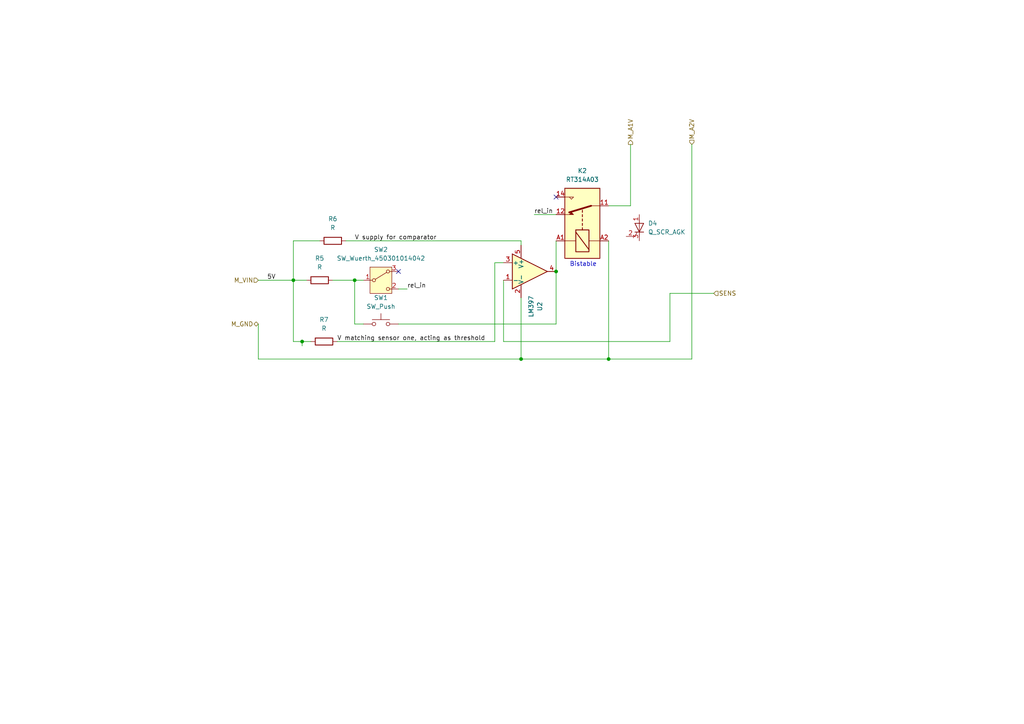
<source format=kicad_sch>
(kicad_sch (version 20250114) (generator "eeschema") (generator_version "9.0")
  (paper "A4")
  (lib_symbols
    (symbol "Comparator:LM397" (pin_names (offset 0.127))
      (property "Reference" "U" (at 1.27 5.08 0))
      (property "Value" "LM397" (at 3.81 -5.08 0))
      (symbol "LM397_0_1"
        (polyline (pts (xy -5.08 5.08) (xy 5.08 0) (xy -5.08 -5.08) (xy -5.08 5.08)) (stroke (width 0.254)) (fill (type background)))
      )
      (symbol "LM397_1_1"
        (pin input line (at -7.62 2.54 0) (length 2.54) (name "+") (number "3"))
        (pin input line (at -7.62 -2.54 0) (length 2.54) (name "-") (number "1"))
        (pin power_in line (at -2.54 7.62 270) (length 3.81) (name "V+") (number "5"))
        (pin power_in line (at -2.54 -7.62 90) (length 3.81) (name "V-") (number "2"))
        (pin open_collector line (at 7.62 0 180) (length 2.54) (name "~") (number "4"))
      )
    )
    (symbol "Device:Q_SCR_AGK" (pin_names (offset 0) (hide yes))
      (property "Reference" "D" (at 1.905 0.635 0))
      (property "Value" "Q_SCR_AGK" (at 1.905 -1.27 0))
      (symbol "Q_SCR_AGK_0_1"
        (polyline (pts (xy -1.27 1.27) (xy 1.27 1.27) (xy 0 -1.27) (xy -1.27 1.27)) (stroke (width 0.2032)))
        (polyline (pts (xy -1.27 -1.27) (xy 1.27 -1.27)) (stroke (width 0.2032)))
        (polyline (pts (xy -1.27 -2.54) (xy -0.635 -1.27)))
        (polyline (pts (xy 0 -2.54) (xy 0 2.54)))
      )
      (symbol "Q_SCR_AGK_1_1"
        (pin input line (at -3.81 -2.54 0) (length 2.54) (name "G") (number "2"))
        (pin passive line (at 0 3.81 270) (length 2.54) (name "A") (number "1"))
        (pin passive line (at 0 -3.81 90) (length 2.54) (name "K") (number "3"))
      )
    )
    (symbol "Device:R" (pin_numbers (hide yes)) (pin_names (offset 0))
      (property "Reference" "R" (at 2.032 0 90))
      (property "Value" "R" (at 0 0 90))
      (symbol "R_0_1"
        (rectangle (start -1.016 -2.54) (end 1.016 2.54) (stroke (width 0.254)))
      )
      (symbol "R_1_1"
        (pin passive line (at 0 3.81 270) (length 1.27) (name "~") (number "1"))
        (pin passive line (at 0 -3.81 90) (length 1.27) (name "~") (number "2"))
      )
    )
    (symbol "Relay:RT314A05"
      (property "Reference" "K" (at 11.43 3.81 0))
      (property "Value" "RT314A05" (at 11.43 1.27 0))
      (symbol "RT314A05_0_0"
        (polyline (pts (xy -2.54 1.905) (xy -7.62 -1.905)) (stroke (width 0.254)))
      )
      (symbol "RT314A05_0_1"
        (rectangle (start -10.16 5.08) (end 10.16 -5.08) (stroke (width 0.254)) (fill (type background)))
        (rectangle (start -8.255 1.905) (end -1.905 -1.905) (stroke (width 0.254)))
        (polyline (pts (xy -5.08 5.08) (xy -5.08 1.905)))
        (polyline (pts (xy -5.08 -5.08) (xy -5.08 -1.905)))
        (polyline (pts (xy -1.905 0) (xy -1.27 0)) (stroke (width 0.254)))
        (polyline (pts (xy -0.635 0) (xy 0 0)) (stroke (width 0.254)))
        (polyline (pts (xy 0.635 0) (xy 1.27 0)) (stroke (width 0.254)))
        (polyline (pts (xy 1.905 0) (xy 2.54 0)) (stroke (width 0.254)))
        (polyline (pts (xy 2.54 5.08) (xy 2.54 2.54) (xy 3.175 3.175) (xy 2.54 3.81)) (fill (type outline)))
        (polyline (pts (xy 3.175 0) (xy 3.81 0)) (stroke (width 0.254)))
        (polyline (pts (xy 5.08 -2.54) (xy 3.175 3.81)) (stroke (width 0.508)))
        (polyline (pts (xy 5.08 -2.54) (xy 5.08 -5.08)))
        (polyline (pts (xy 7.62 5.08) (xy 7.62 2.54) (xy 6.985 3.175) (xy 7.62 3.81)))
      )
      (symbol "RT314A05_1_1"
        (pin passive line (at -5.08 7.62 270) (length 2.54) (name "~") (number "A1"))
        (pin passive line (at -5.08 -7.62 90) (length 2.54) (name "~") (number "A2"))
        (pin passive line (at 2.54 7.62 270) (length 2.54) (name "~") (number "12"))
        (pin passive line (at 5.08 -7.62 90) (length 2.54) (name "~") (number "11"))
        (pin passive line (at 7.62 7.62 270) (length 2.54) (name "~") (number "14"))
      )
    )
    (symbol "Switch:SW_Push" (pin_numbers (hide yes)) (pin_names (offset 1.016) (hide yes))
      (property "Reference" "SW" (at 1.27 2.54 0))
      (property "Value" "SW_Push" (at 0 -1.524 0))
      (symbol "SW_Push_0_1"
        (circle (center -2.032 0) (radius 0.508))
        (polyline (pts (xy 0 1.27) (xy 0 3.048)))
        (circle (center 2.032 0) (radius 0.508))
        (polyline (pts (xy 2.54 1.27) (xy -2.54 1.27)))
        (pin passive line (at -5.08 0 0) (length 2.54) (name "1") (number "1"))
        (pin passive line (at 5.08 0 180) (length 2.54) (name "2") (number "2"))
      )
    )
    (symbol "Switch:SW_Wuerth_450301014042" (pin_names (offset 1) (hide yes))
      (property "Reference" "SW" (at 0 5.08 0))
      (property "Value" "SW_Wuerth_450301014042" (at 0 -5.08 0))
      (symbol "SW_Wuerth_450301014042_0_1"
        (circle (center -2.032 0) (radius 0.4572))
        (polyline (pts (xy -1.651 0.254) (xy 1.651 2.286)))
        (circle (center 2.032 2.54) (radius 0.4572))
        (circle (center 2.032 -2.54) (radius 0.4572))
      )
      (symbol "SW_Wuerth_450301014042_1_1"
        (rectangle (start -3.175 3.81) (end 3.175 -3.81) (fill (type background)))
        (pin passive line (at -5.08 0 0) (length 2.54) (name "B") (number "1"))
        (pin passive line (at 5.08 2.54 180) (length 2.54) (name "A") (number "3"))
        (pin passive line (at 5.08 -2.54 180) (length 2.54) (name "C") (number "2"))
      )
    )
  )
  (text "Bistable" (at 169.164 76.708 0) (effects (font (size 1.27 1.27))))
  (junction (at 176.53 104.14))
  (junction (at 102.87 81.28))
  (junction (at 87.63 99.06))
  (junction (at 161.29 78.74))
  (junction (at 151.13 104.14))
  (junction (at 85.09 81.28))
  (no_connect (at 115.57 78.74))
  (no_connect (at 161.29 57.15))
  (wire (pts (xy 85.09 81.28) (xy 85.09 99.06)))
  (wire (pts (xy 74.93 104.14) (xy 151.13 104.14)))
  (wire (pts (xy 143.51 76.2) (xy 143.51 99.06)))
  (wire (pts (xy 176.53 69.85) (xy 176.53 104.14)))
  (wire (pts (xy 74.93 104.14) (xy 74.93 93.98)))
  (wire (pts (xy 85.09 99.06) (xy 87.63 99.06)))
  (wire (pts (xy 85.09 69.85) (xy 92.71 69.85)))
  (wire (pts (xy 176.53 59.69) (xy 182.88 59.69)))
  (wire (pts (xy 151.13 71.12) (xy 151.13 69.85)))
  (wire (pts (xy 118.11 83.82) (xy 115.57 83.82)))
  (wire (pts (xy 102.87 93.98) (xy 105.41 93.98)))
  (wire (pts (xy 85.09 81.28) (xy 85.09 69.85)))
  (wire (pts (xy 151.13 104.14) (xy 176.53 104.14)))
  (wire (pts (xy 154.94 62.23) (xy 161.29 62.23)))
  (wire (pts (xy 176.53 104.14) (xy 200.66 104.14)))
  (wire (pts (xy 200.66 104.14) (xy 200.66 41.91)))
  (wire (pts (xy 146.05 99.06) (xy 146.05 81.28)))
  (wire (pts (xy 115.57 93.98) (xy 161.29 93.98)))
  (wire (pts (xy 194.31 99.06) (xy 146.05 99.06)))
  (wire (pts (xy 194.31 85.09) (xy 194.31 99.06)))
  (wire (pts (xy 151.13 69.85) (xy 100.33 69.85)))
  (wire (pts (xy 207.01 85.09) (xy 194.31 85.09)))
  (wire (pts (xy 97.79 99.06) (xy 143.51 99.06)))
  (wire (pts (xy 102.87 81.28) (xy 102.87 93.98)))
  (wire (pts (xy 182.88 59.69) (xy 182.88 41.91)))
  (wire (pts (xy 161.29 93.98) (xy 161.29 78.74)))
  (wire (pts (xy 151.13 86.36) (xy 151.13 104.14)))
  (wire (pts (xy 87.63 100.33) (xy 87.63 99.06)))
  (wire (pts (xy 87.63 99.06) (xy 90.17 99.06)))
  (wire (pts (xy 74.93 81.28) (xy 85.09 81.28)))
  (wire (pts (xy 96.52 81.28) (xy 102.87 81.28)))
  (wire (pts (xy 143.51 76.2) (xy 146.05 76.2)))
  (wire (pts (xy 102.87 81.28) (xy 105.41 81.28)))
  (wire (pts (xy 161.29 78.74) (xy 161.29 69.85)))
  (wire (pts (xy 85.09 81.28) (xy 88.9 81.28)))
  (label "V supply for comparator" (at 102.87 69.85 0))
  (label "rel_in" (at 118.11 83.82 0))
  (label "rel_in" (at 154.94 62.23 0))
  (label "V matching sensor one, acting as threshold" (at 97.79 99.06 0))
  (label "5V" (at 77.47 81.28 0))
  (hierarchical_label "M_A1V" (shape output) (at 182.88 41.91 90))
  (hierarchical_label "M_VIN" (shape input) (at 74.93 81.28 180))
  (hierarchical_label "M_A2V" (shape input) (at 200.66 41.91 90))
  (hierarchical_label "M_GND" (shape bidirectional) (at 74.93 93.98 180))
  (hierarchical_label "SENS" (shape input) (at 207.01 85.09 0))
  (symbol (lib_id "Device:R") (at 96.52 69.85 90) (unit 1)
    (property "Reference" "R6" (at 96.52 63.5 90))
    (property "Value" "R" (at 96.52 66.04 90))
    (property "Description" "Resistor" (effects (hide yes)))
  )
  (symbol (lib_id "Device:Q_SCR_AGK") (at 185.42 66.04 0) (unit 1)
    (property "Reference" "D4" (at 187.96 64.7699 0) (effects (justify left)))
    (property "Value" "Q_SCR_AGK" (at 187.96 67.3099 0) (effects (justify left)))
    (property "Description" "Silicon controlled rectifier, anode/gate/cathode" (effects (hide yes)))
  )
  (symbol (lib_id "Switch:SW_Wuerth_450301014042") (at 110.49 81.28 0) (unit 1)
    (property "Reference" "SW2" (at 110.49 72.39 0))
    (property "Value" "SW_Wuerth_450301014042" (at 110.49 74.93 0))
    (property "Footprint" "Button_Switch_THT:SW_Slide-03_Wuerth-WS-SLTV_10x2.5x6.4_P2.54mm" (effects (hide yes)))
    (property "Datasheet" "https://www.we-online.com/components/products/datasheet/450301014042.pdf" (effects (hide yes)))
    (property "Description" "Switch slide, single pole double throw" (effects (hide yes)))
  )
  (symbol (lib_id "Comparator:LM397") (at 153.67 78.74 0) (unit 1)
    (property "Reference" "U2" (at 156.5754 88.9 90))
    (property "Value" "LM397" (at 154.0354 88.9 90))
    (property "Footprint" "Package_TO_SOT_SMD:SOT-23-5" (effects (hide yes)))
    (property "Datasheet" "http://www.ti.com/lit/ds/symlink/lm397.pdf" (effects (hide yes)))
    (property "Description" "Single General-Purpose Voltage Comparator with Open-Collector Output, SOT-23-5" (effects (hide yes)))
  )
  (symbol (lib_id "Switch:SW_Push") (at 110.49 93.98 0) (unit 1)
    (property "Reference" "SW1" (at 110.49 86.36 0))
    (property "Value" "SW_Push" (at 110.49 88.9 0))
    (property "Description" "Push button switch, generic, two pins" (effects (hide yes)))
  )
  (symbol (lib_id "Device:R") (at 92.71 81.28 90) (unit 1)
    (property "Reference" "R5" (at 92.71 74.93 90))
    (property "Value" "R" (at 92.71 77.47 90))
    (property "Description" "Resistor" (effects (hide yes)))
  )
  (symbol (lib_id "Device:R") (at 93.98 99.06 90) (unit 1)
    (property "Reference" "R7" (at 93.98 92.71 90))
    (property "Value" "R" (at 93.98 95.25 90))
    (property "Description" "Resistor" (effects (hide yes)))
  )
  (symbol (lib_id "Relay:RT314A05") (at 168.91 64.77 90) (unit 1)
    (property "Reference" "K2" (at 168.91 49.53 90))
    (property "Value" "RT314A03" (at 168.91 52.07 90))
    (property "Footprint" "Relay_THT:Relay_SPDT_Schrack-RT1-16A-FormC_RM5mm" (effects (hide yes)))
    (property "Datasheet" "https://www.te.com/commerce/DocumentDelivery/DDEController?Action=srchrtrv&DocNm=RT1_bistable&DocType=DS&DocLang=English" (effects (hide yes)))
    (property "Description" "Schrack RT1 relay, bistable single pole dual throw, single DC coil, 5V" (effects (hide yes)))
  )
)
</source>
